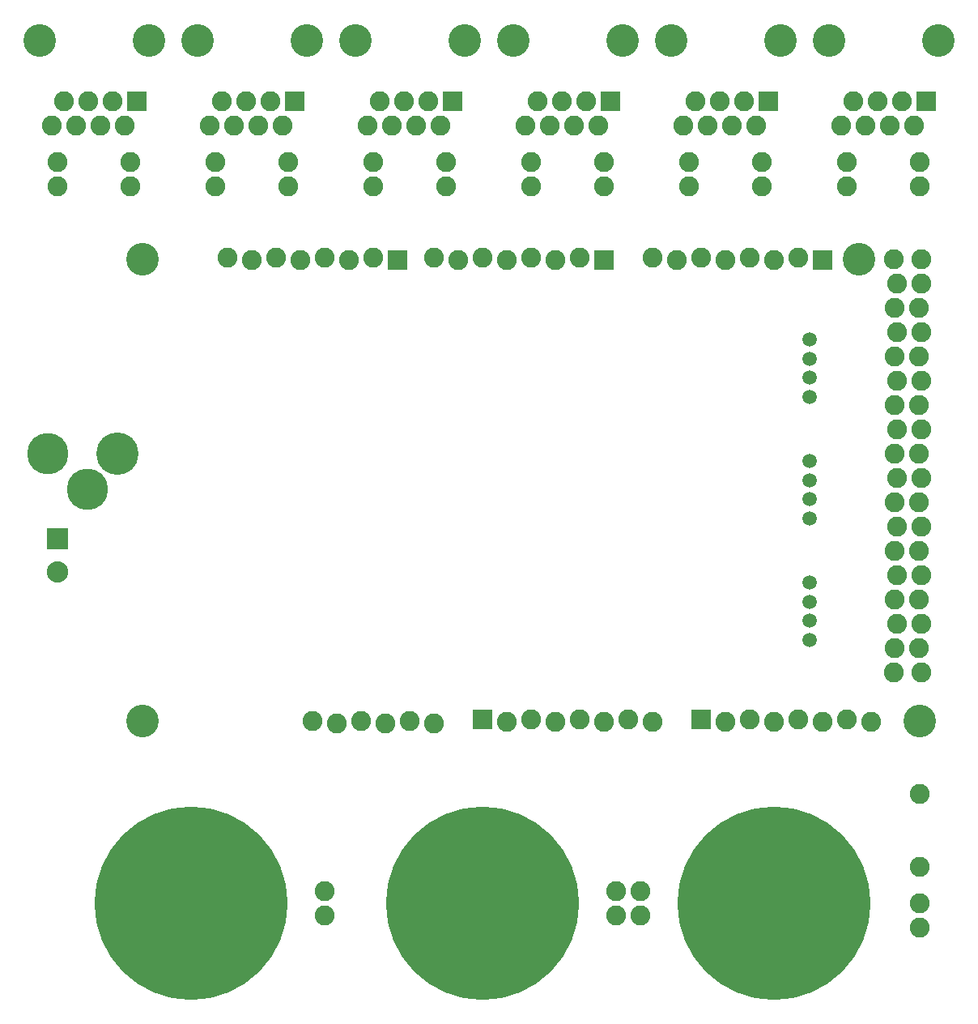
<source format=gts>
G75*
G70*
%OFA0B0*%
%FSLAX24Y24*%
%IPPOS*%
%LPD*%
%AMOC8*
5,1,8,0,0,1.08239X$1,22.5*
%
%ADD10C,0.1340*%
%ADD11C,0.7954*%
%ADD12R,0.0820X0.0820*%
%ADD13C,0.0820*%
%ADD14C,0.0596*%
%ADD15C,0.1740*%
%ADD16C,0.1700*%
%ADD17R,0.0880X0.0880*%
%ADD18C,0.0880*%
D10*
X007833Y012640D03*
X007833Y031640D03*
X008083Y040640D03*
X010083Y040640D03*
X014583Y040640D03*
X016583Y040640D03*
X021083Y040640D03*
X023083Y040640D03*
X027583Y040640D03*
X029583Y040640D03*
X034083Y040640D03*
X036083Y040640D03*
X040583Y040640D03*
X037333Y031640D03*
X039833Y012640D03*
X003583Y040640D03*
D11*
X009833Y005140D03*
X021833Y005140D03*
X033833Y005140D03*
D12*
X030833Y012690D03*
X021833Y012690D03*
X018333Y031590D03*
X020583Y038140D03*
X014083Y038140D03*
X007583Y038140D03*
X027083Y038140D03*
X026833Y031590D03*
X033583Y038140D03*
X035833Y031590D03*
X040083Y038140D03*
D13*
X039583Y037140D03*
X039083Y038140D03*
X038083Y038140D03*
X037083Y038140D03*
X036583Y037140D03*
X037583Y037140D03*
X038583Y037140D03*
X039833Y035640D03*
X039833Y034640D03*
X039903Y031640D03*
X039883Y030640D03*
X038883Y030640D03*
X038763Y031640D03*
X038783Y029640D03*
X039783Y029640D03*
X039883Y028640D03*
X038883Y028640D03*
X038783Y027640D03*
X039783Y027640D03*
X039883Y026640D03*
X038883Y026640D03*
X038783Y025640D03*
X039783Y025640D03*
X039883Y024640D03*
X038883Y024640D03*
X038783Y023640D03*
X039783Y023640D03*
X039883Y022640D03*
X038883Y022640D03*
X038783Y021640D03*
X039783Y021640D03*
X039883Y020640D03*
X038883Y020640D03*
X038783Y019640D03*
X039783Y019640D03*
X039883Y018640D03*
X038883Y018640D03*
X038783Y017640D03*
X039783Y017640D03*
X039883Y016640D03*
X038883Y016640D03*
X038783Y015640D03*
X038763Y014640D03*
X039903Y014640D03*
X039783Y015640D03*
X037833Y012590D03*
X036833Y012690D03*
X035833Y012590D03*
X034833Y012690D03*
X033833Y012590D03*
X032833Y012690D03*
X031833Y012590D03*
X028833Y012590D03*
X027833Y012690D03*
X026833Y012590D03*
X025833Y012690D03*
X024833Y012590D03*
X023833Y012690D03*
X022833Y012590D03*
X019833Y012540D03*
X018833Y012640D03*
X017833Y012540D03*
X016833Y012640D03*
X015833Y012540D03*
X014833Y012640D03*
X015333Y005640D03*
X015333Y004640D03*
X027333Y004640D03*
X027333Y005640D03*
X028333Y005640D03*
X028333Y004640D03*
X039833Y004140D03*
X039833Y005140D03*
X039833Y006640D03*
X039833Y009640D03*
X034833Y031690D03*
X033833Y031590D03*
X032833Y031690D03*
X031833Y031590D03*
X030833Y031690D03*
X029833Y031590D03*
X028833Y031690D03*
X030333Y034640D03*
X030333Y035640D03*
X030083Y037140D03*
X030583Y038140D03*
X031583Y038140D03*
X032583Y038140D03*
X032083Y037140D03*
X031083Y037140D03*
X033083Y037140D03*
X033333Y035640D03*
X033333Y034640D03*
X036833Y034640D03*
X036833Y035640D03*
X026833Y035640D03*
X026833Y034640D03*
X026583Y037140D03*
X025583Y037140D03*
X024583Y037140D03*
X024083Y038140D03*
X025083Y038140D03*
X026083Y038140D03*
X023833Y035640D03*
X023833Y034640D03*
X023583Y037140D03*
X020333Y035640D03*
X020333Y034640D03*
X020083Y037140D03*
X019083Y037140D03*
X018083Y037140D03*
X017583Y038140D03*
X017083Y037140D03*
X017333Y035640D03*
X017333Y034640D03*
X017333Y031690D03*
X016333Y031590D03*
X015333Y031690D03*
X014333Y031590D03*
X013333Y031690D03*
X012333Y031590D03*
X011333Y031690D03*
X010833Y034640D03*
X010833Y035640D03*
X010583Y037140D03*
X011583Y037140D03*
X011083Y038140D03*
X012083Y038140D03*
X013083Y038140D03*
X012583Y037140D03*
X013583Y037140D03*
X013833Y035640D03*
X013833Y034640D03*
X018583Y038140D03*
X019583Y038140D03*
X019833Y031690D03*
X020833Y031590D03*
X021833Y031690D03*
X022833Y031590D03*
X023833Y031690D03*
X024833Y031590D03*
X025833Y031690D03*
X007333Y034640D03*
X007333Y035640D03*
X007083Y037140D03*
X006083Y037140D03*
X005583Y038140D03*
X004583Y038140D03*
X004083Y037140D03*
X005083Y037140D03*
X004333Y035640D03*
X004333Y034640D03*
X006583Y038140D03*
D14*
X035302Y028321D03*
X035302Y027534D03*
X035302Y026746D03*
X035302Y025959D03*
X035302Y023321D03*
X035302Y022534D03*
X035302Y021746D03*
X035302Y020959D03*
X035302Y018321D03*
X035302Y017534D03*
X035302Y016746D03*
X035302Y015959D03*
D15*
X006797Y023640D03*
D16*
X005546Y022159D03*
X003915Y023630D03*
D17*
X004333Y020140D03*
D18*
X004333Y018762D03*
M02*

</source>
